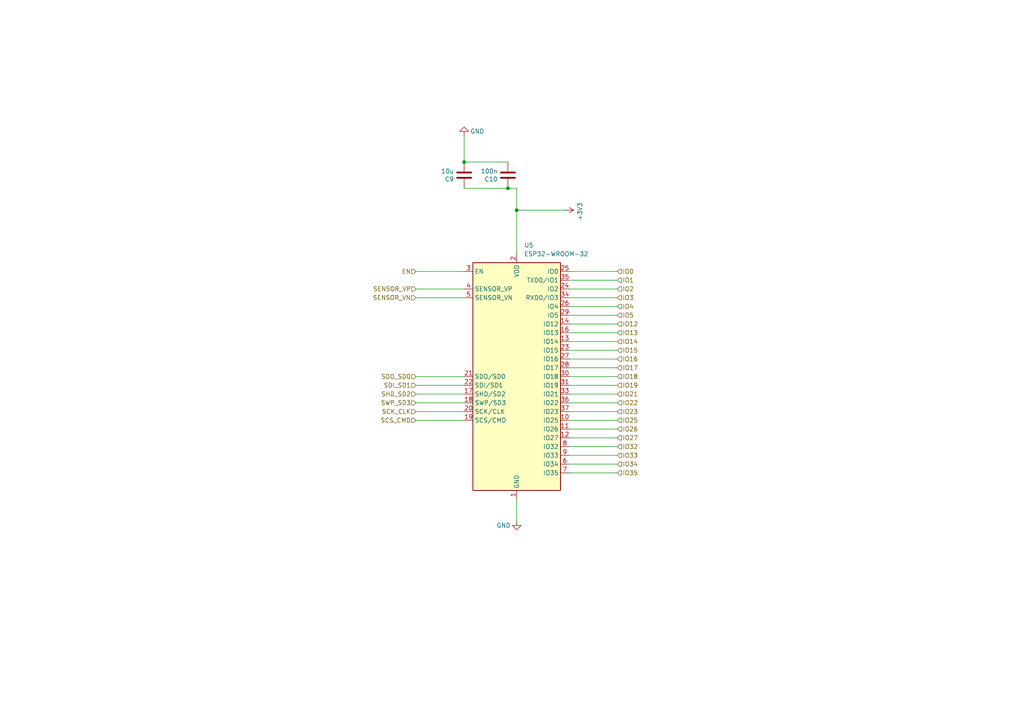
<source format=kicad_sch>
(kicad_sch (version 20250114) (generator "eeschema") (generator_version "9.0")
  (paper "A4")
  (title_block (title "${NAME}") (date "2025-04-30") (rev "${VERSION}") (company "Mikhail Matveev") (comment 1 "https://github.com/rh1tech/echo"))
  (lib_symbols
    (symbol "Device:C" (pin_numbers (hide yes)) (pin_names (offset 0.254))
      (property "Reference" "C" (at 0.635 2.54 0))
      (property "Value" "C" (at 0.635 -2.54 0))
      (symbol "C_0_1"
        (polyline (pts (xy -2.032 0.762) (xy 2.032 0.762)) (stroke (width 0.508)))
        (polyline (pts (xy -2.032 -0.762) (xy 2.032 -0.762)) (stroke (width 0.508)))
      )
      (symbol "C_1_1"
        (pin passive line (at 0 3.81 270) (length 2.794) (name "~") (number "1"))
        (pin passive line (at 0 -3.81 90) (length 2.794) (name "~") (number "2"))
      )
    )
    (symbol "GND_1" (power) (pin_numbers (hide yes)) (pin_names (offset 0) (hide yes))
      (property "Value" "GND" (at 0 -3.81 0))
      (symbol "GND_1_0_1"
        (polyline (pts (xy 0 0) (xy 0 -1.27) (xy 1.27 -1.27) (xy 0 -2.54) (xy -1.27 -1.27) (xy 0 -1.27)))
      )
      (symbol "GND_1_1_1"
        (pin power_in line (at 0 0 270) (length 0) (name "~") (number "1"))
      )
    )
    (symbol "RF_Module:ESP32-WROOM-32"
      (property "Reference" "U" (at -12.7 34.29 0))
      (property "Value" "ESP32-WROOM-32" (at 1.27 34.29 0))
      (symbol "ESP32-WROOM-32_0_1"
        (rectangle (start -12.7 33.02) (end 12.7 -33.02) (stroke (width 0.254)) (fill (type background)))
      )
      (symbol "ESP32-WROOM-32_1_1"
        (pin input line (at -15.24 30.48 0) (length 2.54) (name "EN") (number "3"))
        (pin input line (at -15.24 25.4 0) (length 2.54) (name "SENSOR_VP") (number "4"))
        (pin input line (at -15.24 22.86 0) (length 2.54) (name "SENSOR_VN") (number "5"))
        (pin bidirectional line (at -15.24 0 0) (length 2.54) (name "SDO/SD0") (number "21"))
        (pin bidirectional line (at -15.24 -2.54 0) (length 2.54) (name "SDI/SD1") (number "22"))
        (pin bidirectional line (at -15.24 -5.08 0) (length 2.54) (name "SHD/SD2") (number "17"))
        (pin bidirectional line (at -15.24 -7.62 0) (length 2.54) (name "SWP/SD3") (number "18"))
        (pin bidirectional line (at -15.24 -10.16 0) (length 2.54) (name "SCK/CLK") (number "20"))
        (pin bidirectional line (at -15.24 -12.7 0) (length 2.54) (name "SCS/CMD") (number "19"))
        (pin no_connect line (at -12.7 -27.94 0) (length 2.54) (hide yes) (name "NC") (number "32"))
        (pin power_in line (at 0 35.56 270) (length 2.54) (name "VDD") (number "2"))
        (pin power_in line (at 0 -35.56 90) (length 2.54) (name "GND") (number "1"))
        (pin passive line (at 0 -35.56 90) (length 2.54) (hide yes) (name "GND") (number "15"))
        (pin passive line (at 0 -35.56 90) (length 2.54) (hide yes) (name "GND") (number "38"))
        (pin passive line (at 0 -35.56 90) (length 2.54) (hide yes) (name "GND") (number "39"))
        (pin bidirectional line (at 15.24 30.48 180) (length 2.54) (name "IO0") (number "25"))
        (pin bidirectional line (at 15.24 27.94 180) (length 2.54) (name "TXD0/IO1") (number "35"))
        (pin bidirectional line (at 15.24 25.4 180) (length 2.54) (name "IO2") (number "24"))
        (pin bidirectional line (at 15.24 22.86 180) (length 2.54) (name "RXD0/IO3") (number "34"))
        (pin bidirectional line (at 15.24 20.32 180) (length 2.54) (name "IO4") (number "26"))
        (pin bidirectional line (at 15.24 17.78 180) (length 2.54) (name "IO5") (number "29"))
        (pin bidirectional line (at 15.24 15.24 180) (length 2.54) (name "IO12") (number "14"))
        (pin bidirectional line (at 15.24 12.7 180) (length 2.54) (name "IO13") (number "16"))
        (pin bidirectional line (at 15.24 10.16 180) (length 2.54) (name "IO14") (number "13"))
        (pin bidirectional line (at 15.24 7.62 180) (length 2.54) (name "IO15") (number "23"))
        (pin bidirectional line (at 15.24 5.08 180) (length 2.54) (name "IO16") (number "27"))
        (pin bidirectional line (at 15.24 2.54 180) (length 2.54) (name "IO17") (number "28"))
        (pin bidirectional line (at 15.24 0 180) (length 2.54) (name "IO18") (number "30"))
        (pin bidirectional line (at 15.24 -2.54 180) (length 2.54) (name "IO19") (number "31"))
        (pin bidirectional line (at 15.24 -5.08 180) (length 2.54) (name "IO21") (number "33"))
        (pin bidirectional line (at 15.24 -7.62 180) (length 2.54) (name "IO22") (number "36"))
        (pin bidirectional line (at 15.24 -10.16 180) (length 2.54) (name "IO23") (number "37"))
        (pin bidirectional line (at 15.24 -12.7 180) (length 2.54) (name "IO25") (number "10"))
        (pin bidirectional line (at 15.24 -15.24 180) (length 2.54) (name "IO26") (number "11"))
        (pin bidirectional line (at 15.24 -17.78 180) (length 2.54) (name "IO27") (number "12"))
        (pin bidirectional line (at 15.24 -20.32 180) (length 2.54) (name "IO32") (number "8"))
        (pin bidirectional line (at 15.24 -22.86 180) (length 2.54) (name "IO33") (number "9"))
        (pin input line (at 15.24 -25.4 180) (length 2.54) (name "IO34") (number "6"))
        (pin input line (at 15.24 -27.94 180) (length 2.54) (name "IO35") (number "7"))
      )
    )
    (symbol "power:+3V3" (power) (pin_numbers (hide yes)) (pin_names (offset 0) (hide yes))
      (property "Value" "+3V3" (at 0 3.556 0))
      (symbol "+3V3_0_1"
        (polyline (pts (xy -0.762 1.27) (xy 0 2.54)))
        (polyline (pts (xy 0 2.54) (xy 0.762 1.27)))
        (polyline (pts (xy 0 0) (xy 0 2.54)))
      )
      (symbol "+3V3_1_1"
        (pin power_in line (at 0 0 90) (length 0) (name "~") (number "1"))
      )
    )
  )
  (junction (at 147.32 54.61))
  (junction (at 149.86 60.96))
  (junction (at 134.62 46.99))
  (wire (pts (xy 165.1 96.52) (xy 179.07 96.52)))
  (wire (pts (xy 134.62 46.99) (xy 147.32 46.99)))
  (wire (pts (xy 134.62 54.61) (xy 147.32 54.61)))
  (wire (pts (xy 165.1 119.38) (xy 179.07 119.38)))
  (wire (pts (xy 147.32 54.61) (xy 149.86 54.61)))
  (wire (pts (xy 165.1 121.92) (xy 179.07 121.92)))
  (wire (pts (xy 134.62 83.82) (xy 120.65 83.82)))
  (wire (pts (xy 165.1 134.62) (xy 179.07 134.62)))
  (wire (pts (xy 134.62 111.76) (xy 120.65 111.76)))
  (wire (pts (xy 165.1 104.14) (xy 179.07 104.14)))
  (wire (pts (xy 134.62 39.37) (xy 134.62 46.99)))
  (wire (pts (xy 149.86 60.96) (xy 149.86 73.66)))
  (wire (pts (xy 134.62 114.3) (xy 120.65 114.3)))
  (wire (pts (xy 165.1 93.98) (xy 179.07 93.98)))
  (wire (pts (xy 134.62 78.74) (xy 120.65 78.74)))
  (wire (pts (xy 165.1 116.84) (xy 179.07 116.84)))
  (wire (pts (xy 165.1 129.54) (xy 179.07 129.54)))
  (wire (pts (xy 165.1 91.44) (xy 179.07 91.44)))
  (wire (pts (xy 134.62 86.36) (xy 120.65 86.36)))
  (wire (pts (xy 165.1 111.76) (xy 179.07 111.76)))
  (wire (pts (xy 165.1 106.68) (xy 179.07 106.68)))
  (wire (pts (xy 165.1 132.08) (xy 179.07 132.08)))
  (wire (pts (xy 165.1 88.9) (xy 179.07 88.9)))
  (wire (pts (xy 134.62 109.22) (xy 120.65 109.22)))
  (wire (pts (xy 165.1 109.22) (xy 179.07 109.22)))
  (wire (pts (xy 149.86 54.61) (xy 149.86 60.96)))
  (wire (pts (xy 165.1 86.36) (xy 179.07 86.36)))
  (wire (pts (xy 134.62 116.84) (xy 120.65 116.84)))
  (wire (pts (xy 165.1 81.28) (xy 179.07 81.28)))
  (wire (pts (xy 149.86 151.13) (xy 149.86 144.78)))
  (wire (pts (xy 165.1 83.82) (xy 179.07 83.82)))
  (wire (pts (xy 165.1 99.06) (xy 179.07 99.06)))
  (wire (pts (xy 163.83 60.96) (xy 149.86 60.96)))
  (wire (pts (xy 134.62 121.92) (xy 120.65 121.92)))
  (wire (pts (xy 134.62 119.38) (xy 120.65 119.38)))
  (wire (pts (xy 165.1 101.6) (xy 179.07 101.6)))
  (wire (pts (xy 165.1 114.3) (xy 179.07 114.3)))
  (wire (pts (xy 165.1 137.16) (xy 179.07 137.16)))
  (wire (pts (xy 165.1 78.74) (xy 179.07 78.74)))
  (wire (pts (xy 165.1 124.46) (xy 179.07 124.46)))
  (wire (pts (xy 165.1 127) (xy 179.07 127)))
  (hierarchical_label "SWP_SD3" (shape input) (at 120.65 116.84 180))
  (hierarchical_label "IO18" (shape input) (at 179.07 109.22 0))
  (hierarchical_label "SCS_CMD" (shape input) (at 120.65 121.92 180))
  (hierarchical_label "IO0" (shape input) (at 179.07 78.74 0))
  (hierarchical_label "SENSOR_VP" (shape input) (at 120.65 83.82 180))
  (hierarchical_label "IO4" (shape input) (at 179.07 88.9 0))
  (hierarchical_label "IO14" (shape input) (at 179.07 99.06 0))
  (hierarchical_label "IO34" (shape input) (at 179.07 134.62 0))
  (hierarchical_label "IO23" (shape input) (at 179.07 119.38 0))
  (hierarchical_label "IO2" (shape input) (at 179.07 83.82 0))
  (hierarchical_label "IO27" (shape input) (at 179.07 127 0))
  (hierarchical_label "IO3" (shape input) (at 179.07 86.36 0))
  (hierarchical_label "IO35" (shape input) (at 179.07 137.16 0))
  (hierarchical_label "IO16" (shape input) (at 179.07 104.14 0))
  (hierarchical_label "EN" (shape input) (at 120.65 78.74 180))
  (hierarchical_label "SDO_SD0" (shape input) (at 120.65 109.22 180))
  (hierarchical_label "IO26" (shape input) (at 179.07 124.46 0))
  (hierarchical_label "IO13" (shape input) (at 179.07 96.52 0))
  (hierarchical_label "IO19" (shape input) (at 179.07 111.76 0))
  (hierarchical_label "IO25" (shape input) (at 179.07 121.92 0))
  (hierarchical_label "IO5" (shape input) (at 179.07 91.44 0))
  (hierarchical_label "IO32" (shape input) (at 179.07 129.54 0))
  (hierarchical_label "IO21" (shape input) (at 179.07 114.3 0))
  (hierarchical_label "IO33" (shape input) (at 179.07 132.08 0))
  (hierarchical_label "SDI_SD1" (shape input) (at 120.65 111.76 180))
  (hierarchical_label "IO17" (shape input) (at 179.07 106.68 0))
  (hierarchical_label "IO12" (shape input) (at 179.07 93.98 0))
  (hierarchical_label "IO15" (shape input) (at 179.07 101.6 0))
  (hierarchical_label "SENSOR_VN" (shape input) (at 120.65 86.36 180))
  (hierarchical_label "IO1" (shape input) (at 179.07 81.28 0))
  (hierarchical_label "SCK_CLK" (shape input) (at 120.65 119.38 180))
  (hierarchical_label "SHD_SD2" (shape input) (at 120.65 114.3 180))
  (hierarchical_label "IO22" (shape input) (at 179.07 116.84 0))
  (symbol (lib_id "Device:C") (at 134.62 50.8 180) (unit 1)
    (property "Reference" "C9" (at 131.699 51.9684 0) (effects (justify left)))
    (property "Value" "10u" (at 131.699 49.657 0) (effects (justify left)))
    (property "Footprint" "FRANK:Capacitor (0805)" (effects (hide yes)))
    (property "Datasheet" "https://eu.mouser.com/datasheet/2/40/KGM_X7R-3223212.pdf" (effects (hide yes)))
    (property "AliExpress" "https://www.aliexpress.com/item/33008008276.html" (effects (hide yes)))
  )
  (symbol (lib_id "Device:C") (at 147.32 50.8 180) (unit 1)
    (property "Reference" "C10" (at 144.399 51.9684 0) (effects (justify left)))
    (property "Value" "100n" (at 144.399 49.657 0) (effects (justify left)))
    (property "Footprint" "FRANK:Capacitor (0805)" (effects (hide yes)))
    (property "Datasheet" "https://eu.mouser.com/datasheet/2/40/KGM_X7R-3223212.pdf" (effects (hide yes)))
    (property "AliExpress" "https://www.aliexpress.com/item/33008008276.html" (effects (hide yes)))
  )
  (symbol (lib_name "GND_1") (lib_id "power:GND") (at 149.86 151.13 0) (unit 1)
    (property "Reference" "#PWR031" (effects (hide yes)))
    (property "Value" "GND" (at 146.05 152.4 0))
    (property "Description" "Power symbol creates a global label with name \"GND\" , ground" (effects (hide yes)))
  )
  (symbol (lib_name "GND_1") (lib_id "power:GND") (at 134.62 39.37 180) (unit 1)
    (property "Reference" "#PWR029" (effects (hide yes)))
    (property "Value" "GND" (at 138.43 38.1 0))
    (property "Description" "Power symbol creates a global label with name \"GND\" , ground" (effects (hide yes)))
  )
  (symbol (lib_id "power:+3V3") (at 163.83 60.96 270) (unit 1)
    (property "Reference" "#PWR030" (effects (hide yes)))
    (property "Value" "+3V3" (at 168.2242 61.341 0))
    (property "Description" "Power symbol creates a global label with name \"+3V3\"" (effects (hide yes)))
  )
  (symbol (lib_id "RF_Module:ESP32-WROOM-32") (at 149.86 109.22 0) (unit 1)
    (property "Reference" "U5" (at 152.0033 71.12 0) (effects (justify left)))
    (property "Value" "ESP32-WROOM-32" (at 152.0033 73.66 0) (effects (justify left)))
    (property "Footprint" "RF_Module:ESP32-WROOM-32" (effects (hide yes)))
    (property "Datasheet" "https://www.espressif.com/sites/default/files/documentation/esp32-wroom-32_datasheet_en.pdf" (effects (hide yes)))
    (property "Description" "RF Module, ESP32-D0WDQ6 SoC, Wi-Fi 802.11b/g/n, Bluetooth, BLE, 32-bit, 2.7-3.6V, onboard antenna, SMD" (effects (hide yes)))
  )
)
</source>
